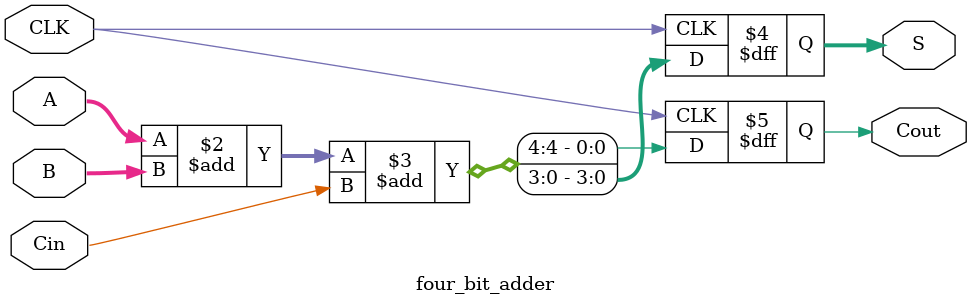
<source format=v>
module four_bit_adder (
    input [3:0] A,
    input [3:0] B,
    input Cin,
    input CLK,
    output reg [3:0] S,
    output reg Cout
);

reg [4:0] sum;

always @(posedge CLK) begin
    sum = A + B + Cin;
    S = sum[3:0];
    Cout = sum[4];
end

endmodule
</source>
